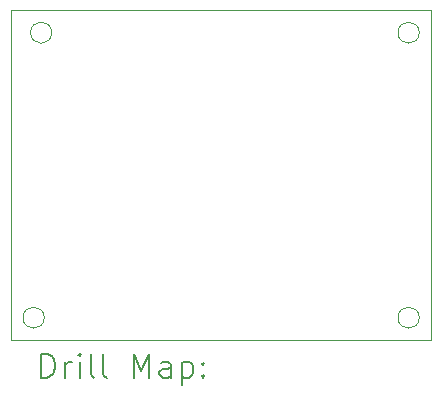
<source format=gbr>
%TF.GenerationSoftware,KiCad,Pcbnew,7.0.8*%
%TF.CreationDate,2023-12-26T11:26:24-03:00*%
%TF.ProjectId,teste2,74657374-6532-42e6-9b69-6361645f7063,rev?*%
%TF.SameCoordinates,Original*%
%TF.FileFunction,Drillmap*%
%TF.FilePolarity,Positive*%
%FSLAX45Y45*%
G04 Gerber Fmt 4.5, Leading zero omitted, Abs format (unit mm)*
G04 Created by KiCad (PCBNEW 7.0.8) date 2023-12-26 11:26:24*
%MOMM*%
%LPD*%
G01*
G04 APERTURE LIST*
%ADD10C,0.100000*%
%ADD11C,0.200000*%
G04 APERTURE END LIST*
D10*
X15647303Y-8191500D02*
G75*
G03*
X15647303Y-8191500I-89803J0D01*
G01*
X12472303Y-8191500D02*
G75*
G03*
X12472303Y-8191500I-89803J0D01*
G01*
X15647303Y-5778500D02*
G75*
G03*
X15647303Y-5778500I-89803J0D01*
G01*
X12535803Y-5778500D02*
G75*
G03*
X12535803Y-5778500I-89803J0D01*
G01*
X12192000Y-5588000D02*
X15748000Y-5588000D01*
X15748000Y-8382000D01*
X12192000Y-8382000D01*
X12192000Y-5588000D01*
D11*
X12447777Y-8698484D02*
X12447777Y-8498484D01*
X12447777Y-8498484D02*
X12495396Y-8498484D01*
X12495396Y-8498484D02*
X12523967Y-8508008D01*
X12523967Y-8508008D02*
X12543015Y-8527055D01*
X12543015Y-8527055D02*
X12552539Y-8546103D01*
X12552539Y-8546103D02*
X12562062Y-8584198D01*
X12562062Y-8584198D02*
X12562062Y-8612770D01*
X12562062Y-8612770D02*
X12552539Y-8650865D01*
X12552539Y-8650865D02*
X12543015Y-8669912D01*
X12543015Y-8669912D02*
X12523967Y-8688960D01*
X12523967Y-8688960D02*
X12495396Y-8698484D01*
X12495396Y-8698484D02*
X12447777Y-8698484D01*
X12647777Y-8698484D02*
X12647777Y-8565150D01*
X12647777Y-8603246D02*
X12657301Y-8584198D01*
X12657301Y-8584198D02*
X12666824Y-8574674D01*
X12666824Y-8574674D02*
X12685872Y-8565150D01*
X12685872Y-8565150D02*
X12704920Y-8565150D01*
X12771586Y-8698484D02*
X12771586Y-8565150D01*
X12771586Y-8498484D02*
X12762062Y-8508008D01*
X12762062Y-8508008D02*
X12771586Y-8517531D01*
X12771586Y-8517531D02*
X12781110Y-8508008D01*
X12781110Y-8508008D02*
X12771586Y-8498484D01*
X12771586Y-8498484D02*
X12771586Y-8517531D01*
X12895396Y-8698484D02*
X12876348Y-8688960D01*
X12876348Y-8688960D02*
X12866824Y-8669912D01*
X12866824Y-8669912D02*
X12866824Y-8498484D01*
X13000158Y-8698484D02*
X12981110Y-8688960D01*
X12981110Y-8688960D02*
X12971586Y-8669912D01*
X12971586Y-8669912D02*
X12971586Y-8498484D01*
X13228729Y-8698484D02*
X13228729Y-8498484D01*
X13228729Y-8498484D02*
X13295396Y-8641341D01*
X13295396Y-8641341D02*
X13362062Y-8498484D01*
X13362062Y-8498484D02*
X13362062Y-8698484D01*
X13543015Y-8698484D02*
X13543015Y-8593722D01*
X13543015Y-8593722D02*
X13533491Y-8574674D01*
X13533491Y-8574674D02*
X13514443Y-8565150D01*
X13514443Y-8565150D02*
X13476348Y-8565150D01*
X13476348Y-8565150D02*
X13457301Y-8574674D01*
X13543015Y-8688960D02*
X13523967Y-8698484D01*
X13523967Y-8698484D02*
X13476348Y-8698484D01*
X13476348Y-8698484D02*
X13457301Y-8688960D01*
X13457301Y-8688960D02*
X13447777Y-8669912D01*
X13447777Y-8669912D02*
X13447777Y-8650865D01*
X13447777Y-8650865D02*
X13457301Y-8631817D01*
X13457301Y-8631817D02*
X13476348Y-8622293D01*
X13476348Y-8622293D02*
X13523967Y-8622293D01*
X13523967Y-8622293D02*
X13543015Y-8612770D01*
X13638253Y-8565150D02*
X13638253Y-8765150D01*
X13638253Y-8574674D02*
X13657301Y-8565150D01*
X13657301Y-8565150D02*
X13695396Y-8565150D01*
X13695396Y-8565150D02*
X13714443Y-8574674D01*
X13714443Y-8574674D02*
X13723967Y-8584198D01*
X13723967Y-8584198D02*
X13733491Y-8603246D01*
X13733491Y-8603246D02*
X13733491Y-8660389D01*
X13733491Y-8660389D02*
X13723967Y-8679436D01*
X13723967Y-8679436D02*
X13714443Y-8688960D01*
X13714443Y-8688960D02*
X13695396Y-8698484D01*
X13695396Y-8698484D02*
X13657301Y-8698484D01*
X13657301Y-8698484D02*
X13638253Y-8688960D01*
X13819205Y-8679436D02*
X13828729Y-8688960D01*
X13828729Y-8688960D02*
X13819205Y-8698484D01*
X13819205Y-8698484D02*
X13809682Y-8688960D01*
X13809682Y-8688960D02*
X13819205Y-8679436D01*
X13819205Y-8679436D02*
X13819205Y-8698484D01*
X13819205Y-8574674D02*
X13828729Y-8584198D01*
X13828729Y-8584198D02*
X13819205Y-8593722D01*
X13819205Y-8593722D02*
X13809682Y-8584198D01*
X13809682Y-8584198D02*
X13819205Y-8574674D01*
X13819205Y-8574674D02*
X13819205Y-8593722D01*
M02*

</source>
